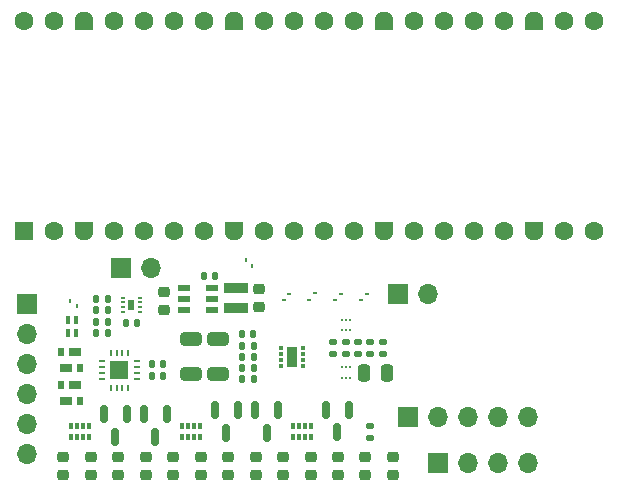
<source format=gts>
G04 #@! TF.GenerationSoftware,KiCad,Pcbnew,9.0.0*
G04 #@! TF.CreationDate,2025-03-07T19:18:07-05:00*
G04 #@! TF.ProjectId,pico2-test-mule,7069636f-322d-4746-9573-742d6d756c65,v0.2.3*
G04 #@! TF.SameCoordinates,Original*
G04 #@! TF.FileFunction,Soldermask,Top*
G04 #@! TF.FilePolarity,Negative*
%FSLAX46Y46*%
G04 Gerber Fmt 4.6, Leading zero omitted, Abs format (unit mm)*
G04 Created by KiCad (PCBNEW 9.0.0) date 2025-03-07 19:18:07*
%MOMM*%
%LPD*%
G01*
G04 APERTURE LIST*
G04 Aperture macros list*
%AMRoundRect*
0 Rectangle with rounded corners*
0 $1 Rounding radius*
0 $2 $3 $4 $5 $6 $7 $8 $9 X,Y pos of 4 corners*
0 Add a 4 corners polygon primitive as box body*
4,1,4,$2,$3,$4,$5,$6,$7,$8,$9,$2,$3,0*
0 Add four circle primitives for the rounded corners*
1,1,$1+$1,$2,$3*
1,1,$1+$1,$4,$5*
1,1,$1+$1,$6,$7*
1,1,$1+$1,$8,$9*
0 Add four rect primitives between the rounded corners*
20,1,$1+$1,$2,$3,$4,$5,0*
20,1,$1+$1,$4,$5,$6,$7,0*
20,1,$1+$1,$6,$7,$8,$9,0*
20,1,$1+$1,$8,$9,$2,$3,0*%
%AMFreePoly0*
4,1,37,0.603843,0.796157,0.639018,0.796157,0.711114,0.766294,0.766294,0.711114,0.796157,0.639018,0.796157,0.603843,0.800000,0.600000,0.800000,-0.600000,0.796157,-0.603843,0.796157,-0.639018,0.766294,-0.711114,0.711114,-0.766294,0.639018,-0.796157,0.603843,-0.796157,0.600000,-0.800000,0.000000,-0.800000,0.000000,-0.796148,-0.078414,-0.796148,-0.232228,-0.765552,-0.377117,-0.705537,
-0.507515,-0.618408,-0.618408,-0.507515,-0.705537,-0.377117,-0.765552,-0.232228,-0.796148,-0.078414,-0.796148,0.078414,-0.765552,0.232228,-0.705537,0.377117,-0.618408,0.507515,-0.507515,0.618408,-0.377117,0.705537,-0.232228,0.765552,-0.078414,0.796148,0.000000,0.796148,0.000000,0.800000,0.600000,0.800000,0.603843,0.796157,0.603843,0.796157,$1*%
%AMFreePoly1*
4,1,37,0.000000,0.796148,0.078414,0.796148,0.232228,0.765552,0.377117,0.705537,0.507515,0.618408,0.618408,0.507515,0.705537,0.377117,0.765552,0.232228,0.796148,0.078414,0.796148,-0.078414,0.765552,-0.232228,0.705537,-0.377117,0.618408,-0.507515,0.507515,-0.618408,0.377117,-0.705537,0.232228,-0.765552,0.078414,-0.796148,0.000000,-0.796148,0.000000,-0.800000,-0.600000,-0.800000,
-0.603843,-0.796157,-0.639018,-0.796157,-0.711114,-0.766294,-0.766294,-0.711114,-0.796157,-0.639018,-0.796157,-0.603843,-0.800000,-0.600000,-0.800000,0.600000,-0.796157,0.603843,-0.796157,0.639018,-0.766294,0.711114,-0.711114,0.766294,-0.639018,0.796157,-0.603843,0.796157,-0.600000,0.800000,0.000000,0.800000,0.000000,0.796148,0.000000,0.796148,$1*%
G04 Aperture macros list end*
%ADD10R,2.000000X0.850000*%
%ADD11RoundRect,0.050000X0.050000X-0.050000X0.050000X0.050000X-0.050000X0.050000X-0.050000X-0.050000X0*%
%ADD12RoundRect,0.135000X0.185000X-0.135000X0.185000X0.135000X-0.185000X0.135000X-0.185000X-0.135000X0*%
%ADD13R,0.320000X0.500000*%
%ADD14RoundRect,0.218750X0.256250X-0.218750X0.256250X0.218750X-0.256250X0.218750X-0.256250X-0.218750X0*%
%ADD15RoundRect,0.140000X0.140000X0.170000X-0.140000X0.170000X-0.140000X-0.170000X0.140000X-0.170000X0*%
%ADD16R,1.700000X1.700000*%
%ADD17O,1.700000X1.700000*%
%ADD18RoundRect,0.150000X-0.150000X0.587500X-0.150000X-0.587500X0.150000X-0.587500X0.150000X0.587500X0*%
%ADD19R,0.100000X0.280000*%
%ADD20R,0.150000X0.350000*%
%ADD21RoundRect,0.140000X-0.140000X-0.170000X0.140000X-0.170000X0.140000X0.170000X-0.140000X0.170000X0*%
%ADD22R,0.400000X0.200000*%
%ADD23R,0.500000X0.900000*%
%ADD24RoundRect,0.135000X-0.185000X0.135000X-0.185000X-0.135000X0.185000X-0.135000X0.185000X0.135000X0*%
%ADD25R,1.010000X0.800000*%
%ADD26R,0.610000X0.800000*%
%ADD27RoundRect,0.200000X0.600000X-0.600000X0.600000X0.600000X-0.600000X0.600000X-0.600000X-0.600000X0*%
%ADD28C,1.600000*%
%ADD29FreePoly0,90.000000*%
%ADD30FreePoly1,90.000000*%
%ADD31RoundRect,0.135000X-0.135000X-0.185000X0.135000X-0.185000X0.135000X0.185000X-0.135000X0.185000X0*%
%ADD32RoundRect,0.250000X-0.650000X0.325000X-0.650000X-0.325000X0.650000X-0.325000X0.650000X0.325000X0*%
%ADD33RoundRect,0.135000X0.135000X0.185000X-0.135000X0.185000X-0.135000X-0.185000X0.135000X-0.185000X0*%
%ADD34RoundRect,0.250000X-0.250000X-0.475000X0.250000X-0.475000X0.250000X0.475000X-0.250000X0.475000X0*%
%ADD35RoundRect,0.225000X0.250000X-0.225000X0.250000X0.225000X-0.250000X0.225000X-0.250000X-0.225000X0*%
%ADD36RoundRect,0.050000X-0.050000X0.050000X-0.050000X-0.050000X0.050000X-0.050000X0.050000X0.050000X0*%
%ADD37R,0.400000X0.700000*%
%ADD38R,1.100000X0.550000*%
%ADD39R,0.250000X0.600000*%
%ADD40R,0.600000X0.250000*%
%ADD41R,1.500000X1.500000*%
%ADD42R,0.280000X0.100000*%
%ADD43R,0.350000X0.150000*%
%ADD44R,0.450000X0.300000*%
%ADD45R,0.900000X1.700000*%
G04 APERTURE END LIST*
D10*
G04 #@! TO.C,L1*
X19900000Y-26135000D03*
X19900000Y-24475000D03*
G04 #@! TD*
D11*
G04 #@! TO.C,Q9*
X28800000Y-28050000D03*
X29150000Y-28050000D03*
X29500000Y-28050000D03*
X29500000Y-27150000D03*
X29150000Y-27150000D03*
X28800000Y-27150000D03*
G04 #@! TD*
D12*
G04 #@! TO.C,R6*
X29150000Y-30110000D03*
X29150000Y-29090000D03*
G04 #@! TD*
G04 #@! TO.C,R5*
X28100000Y-30110000D03*
X28100000Y-29090000D03*
G04 #@! TD*
D13*
G04 #@! TO.C,RN2*
X16800000Y-36122500D03*
X16300000Y-36122500D03*
X15800000Y-36122500D03*
X15300000Y-36122500D03*
X15300000Y-37122500D03*
X15800000Y-37122500D03*
X16300000Y-37122500D03*
X16800000Y-37122500D03*
G04 #@! TD*
D14*
G04 #@! TO.C,D10*
X16875000Y-40322500D03*
X16875000Y-38747500D03*
G04 #@! TD*
G04 #@! TO.C,D14*
X23850000Y-40322500D03*
X23850000Y-38747500D03*
G04 #@! TD*
D15*
G04 #@! TO.C,C1*
X11480000Y-27450000D03*
X10520000Y-27450000D03*
G04 #@! TD*
D16*
G04 #@! TO.C,J5*
X10125000Y-22750000D03*
D17*
X12665000Y-22750000D03*
G04 #@! TD*
D14*
G04 #@! TO.C,D9*
X14550000Y-40322500D03*
X14550000Y-38747500D03*
G04 #@! TD*
D18*
G04 #@! TO.C,Q8*
X29400000Y-34785000D03*
X27500000Y-34785000D03*
X28450000Y-36660000D03*
G04 #@! TD*
D19*
G04 #@! TO.C,Q1*
X20630000Y-22630000D03*
X20930000Y-22630000D03*
D20*
X21250000Y-22600000D03*
D19*
X21330000Y-22090000D03*
X21030000Y-22090000D03*
D20*
X20700000Y-22120000D03*
G04 #@! TD*
D21*
G04 #@! TO.C,C10*
X20370000Y-28400000D03*
X21330000Y-28400000D03*
G04 #@! TD*
D13*
G04 #@! TO.C,RN1*
X7400000Y-36135000D03*
X6900000Y-36135000D03*
X6400000Y-36135000D03*
X5900000Y-36135000D03*
X5900000Y-37135000D03*
X6400000Y-37135000D03*
X6900000Y-37135000D03*
X7400000Y-37135000D03*
G04 #@! TD*
D16*
G04 #@! TO.C,J2*
X36960000Y-39285000D03*
D17*
X39500000Y-39285000D03*
X42040000Y-39285000D03*
X44580000Y-39285000D03*
G04 #@! TD*
D22*
G04 #@! TO.C,U1*
X11700000Y-26500000D03*
X11700000Y-26100000D03*
X11700000Y-25700000D03*
X11700000Y-25300000D03*
X10300000Y-25300000D03*
X10300000Y-25700000D03*
X10300000Y-26100000D03*
X10300000Y-26500000D03*
D23*
X11000000Y-25900000D03*
G04 #@! TD*
D24*
G04 #@! TO.C,R8*
X32300000Y-29090000D03*
X32300000Y-30110000D03*
G04 #@! TD*
D25*
G04 #@! TO.C,D2*
X5467500Y-34067500D03*
D26*
X6627500Y-34067500D03*
G04 #@! TD*
D27*
G04 #@! TO.C,U3*
X1932500Y-19690000D03*
D28*
X4472500Y-19690000D03*
D29*
X7012500Y-19690000D03*
D28*
X9552500Y-19690000D03*
X12092500Y-19690000D03*
X14632500Y-19690000D03*
X17172500Y-19690000D03*
D29*
X19712500Y-19690000D03*
D28*
X22252500Y-19690000D03*
X24792500Y-19690000D03*
X27332500Y-19690000D03*
X29872500Y-19690000D03*
D29*
X32412500Y-19690000D03*
D28*
X34952500Y-19690000D03*
X37492500Y-19690000D03*
X40032500Y-19690000D03*
X42572500Y-19690000D03*
D29*
X45112500Y-19690000D03*
D28*
X47652500Y-19690000D03*
X50192500Y-19690000D03*
X50192500Y-1910000D03*
X47652500Y-1910000D03*
D30*
X45112500Y-1910000D03*
D28*
X42572500Y-1910000D03*
X40032500Y-1910000D03*
X37492500Y-1910000D03*
X34952500Y-1910000D03*
D30*
X32412500Y-1910000D03*
D28*
X29872500Y-1910000D03*
X27332500Y-1910000D03*
X24792500Y-1910000D03*
X22252500Y-1910000D03*
D30*
X19712500Y-1910000D03*
D28*
X17172500Y-1910000D03*
X14632500Y-1910000D03*
X12092500Y-1910000D03*
X9552500Y-1910000D03*
D30*
X7012500Y-1910000D03*
D28*
X4472500Y-1910000D03*
X1932500Y-1910000D03*
G04 #@! TD*
D25*
G04 #@! TO.C,D1*
X5467500Y-31292500D03*
D26*
X6627500Y-31292500D03*
G04 #@! TD*
D25*
G04 #@! TO.C,D8*
X6227500Y-32667500D03*
D26*
X5067500Y-32667500D03*
G04 #@! TD*
D13*
G04 #@! TO.C,RN3*
X26200000Y-36122500D03*
X25700000Y-36122500D03*
X25200000Y-36122500D03*
X24700000Y-36122500D03*
X24700000Y-37122500D03*
X25200000Y-37122500D03*
X25700000Y-37122500D03*
X26200000Y-37122500D03*
G04 #@! TD*
D31*
G04 #@! TO.C,R14*
X20340000Y-32200000D03*
X21360000Y-32200000D03*
G04 #@! TD*
D16*
G04 #@! TO.C,J1*
X2150000Y-25820000D03*
D17*
X2150000Y-28360000D03*
X2150000Y-30900000D03*
X2150000Y-33440000D03*
X2150000Y-35980000D03*
X2150000Y-38520000D03*
G04 #@! TD*
D32*
G04 #@! TO.C,C8*
X18340000Y-28825000D03*
X18340000Y-31775000D03*
G04 #@! TD*
D24*
G04 #@! TO.C,R7*
X31250000Y-36125000D03*
X31250000Y-37145000D03*
G04 #@! TD*
D14*
G04 #@! TO.C,D11*
X19200000Y-40322500D03*
X19200000Y-38747500D03*
G04 #@! TD*
D33*
G04 #@! TO.C,R2*
X9070000Y-25400000D03*
X8050000Y-25400000D03*
G04 #@! TD*
D34*
G04 #@! TO.C,C6*
X30720000Y-31700000D03*
X32620000Y-31700000D03*
G04 #@! TD*
D14*
G04 #@! TO.C,D19*
X33150000Y-40322500D03*
X33150000Y-38747500D03*
G04 #@! TD*
D35*
G04 #@! TO.C,C4*
X21800000Y-26080000D03*
X21800000Y-24530000D03*
G04 #@! TD*
D36*
G04 #@! TO.C,Q7*
X29500000Y-31200000D03*
X29150000Y-31200000D03*
X28800000Y-31200000D03*
X28800000Y-32100000D03*
X29150000Y-32100000D03*
X29500000Y-32100000D03*
G04 #@! TD*
D31*
G04 #@! TO.C,R12*
X20340000Y-29350000D03*
X21360000Y-29350000D03*
G04 #@! TD*
D14*
G04 #@! TO.C,D5*
X9900000Y-40322500D03*
X9900000Y-38747500D03*
G04 #@! TD*
D31*
G04 #@! TO.C,R11*
X20340000Y-30300000D03*
X21360000Y-30300000D03*
G04 #@! TD*
D16*
G04 #@! TO.C,J4*
X33625000Y-24950000D03*
D17*
X36165000Y-24950000D03*
G04 #@! TD*
D33*
G04 #@! TO.C,R4*
X9070000Y-27350000D03*
X8050000Y-27350000D03*
G04 #@! TD*
D18*
G04 #@! TO.C,Q3*
X14000000Y-35185000D03*
X12100000Y-35185000D03*
X13050000Y-37060000D03*
G04 #@! TD*
G04 #@! TO.C,Q5*
X20000000Y-34847500D03*
X18100000Y-34847500D03*
X19050000Y-36722500D03*
G04 #@! TD*
D14*
G04 #@! TO.C,D4*
X7575000Y-40322500D03*
X7575000Y-38747500D03*
G04 #@! TD*
D32*
G04 #@! TO.C,C5*
X16040000Y-28825000D03*
X16040000Y-31775000D03*
G04 #@! TD*
D14*
G04 #@! TO.C,D6*
X12225000Y-40322500D03*
X12225000Y-38747500D03*
G04 #@! TD*
D37*
G04 #@! TO.C,D13*
X6330000Y-28300000D03*
X5680000Y-28300000D03*
G04 #@! TD*
G04 #@! TO.C,D18*
X6330000Y-27150000D03*
X5680000Y-27150000D03*
G04 #@! TD*
D38*
G04 #@! TO.C,U2*
X15450000Y-24480000D03*
X15450000Y-25430000D03*
X15450000Y-26380000D03*
X17850000Y-26380000D03*
X17850000Y-25430000D03*
X17850000Y-24480000D03*
G04 #@! TD*
D39*
G04 #@! TO.C,U4*
X9250000Y-32950000D03*
X9750000Y-32950000D03*
X10250000Y-32950000D03*
X10750000Y-32950000D03*
D40*
X11500000Y-32200000D03*
X11500000Y-31700000D03*
X11500000Y-31200000D03*
X11500000Y-30700000D03*
D39*
X10750000Y-29950000D03*
X10250000Y-29950000D03*
X9750000Y-29950000D03*
X9250000Y-29950000D03*
D40*
X8500000Y-30700000D03*
X8500000Y-31200000D03*
X8500000Y-31700000D03*
X8500000Y-32200000D03*
D41*
X10000000Y-31450000D03*
G04 #@! TD*
D14*
G04 #@! TO.C,D16*
X28500000Y-40322500D03*
X28500000Y-38747500D03*
G04 #@! TD*
D21*
G04 #@! TO.C,C9*
X12750000Y-31900000D03*
X13710000Y-31900000D03*
G04 #@! TD*
D42*
G04 #@! TO.C,Q12*
X30970000Y-25570000D03*
X30970000Y-25270000D03*
D43*
X30940000Y-24950000D03*
D42*
X30430000Y-24870000D03*
X30430000Y-25170000D03*
D43*
X30460000Y-25500000D03*
G04 #@! TD*
D12*
G04 #@! TO.C,R9*
X30200000Y-30107500D03*
X30200000Y-29087500D03*
G04 #@! TD*
D31*
G04 #@! TO.C,R13*
X20340000Y-31250000D03*
X21360000Y-31250000D03*
G04 #@! TD*
G04 #@! TO.C,R1*
X8050000Y-26350000D03*
X9070000Y-26350000D03*
G04 #@! TD*
D15*
G04 #@! TO.C,C3*
X18130000Y-23455000D03*
X17170000Y-23455000D03*
G04 #@! TD*
D25*
G04 #@! TO.C,D7*
X6227500Y-29892500D03*
D26*
X5067500Y-29892500D03*
G04 #@! TD*
D35*
G04 #@! TO.C,C2*
X13750000Y-26375000D03*
X13750000Y-24825000D03*
G04 #@! TD*
D14*
G04 #@! TO.C,D17*
X30825000Y-40322500D03*
X30825000Y-38747500D03*
G04 #@! TD*
D33*
G04 #@! TO.C,R3*
X9070000Y-28300000D03*
X8050000Y-28300000D03*
G04 #@! TD*
D18*
G04 #@! TO.C,Q6*
X23400000Y-34847500D03*
X21500000Y-34847500D03*
X22450000Y-36722500D03*
G04 #@! TD*
D42*
G04 #@! TO.C,Q10*
X26029771Y-24870000D03*
X26029771Y-25170000D03*
D43*
X26059771Y-25490000D03*
D42*
X26569771Y-25570000D03*
X26569771Y-25270000D03*
D43*
X26539771Y-24940000D03*
G04 #@! TD*
D14*
G04 #@! TO.C,D3*
X5250000Y-40322500D03*
X5250000Y-38747500D03*
G04 #@! TD*
D21*
G04 #@! TO.C,C7*
X12750000Y-30950000D03*
X13710000Y-30950000D03*
G04 #@! TD*
D14*
G04 #@! TO.C,D12*
X21525000Y-40322500D03*
X21525000Y-38747500D03*
G04 #@! TD*
D18*
G04 #@! TO.C,Q2*
X10600000Y-35185000D03*
X8700000Y-35185000D03*
X9650000Y-37060000D03*
G04 #@! TD*
D42*
G04 #@! TO.C,Q13*
X28760000Y-25570000D03*
X28760000Y-25270000D03*
D43*
X28730000Y-24950000D03*
D42*
X28220000Y-24870000D03*
X28220000Y-25170000D03*
D43*
X28250000Y-25500000D03*
G04 #@! TD*
D24*
G04 #@! TO.C,R10*
X31250000Y-29090000D03*
X31250000Y-30110000D03*
G04 #@! TD*
D16*
G04 #@! TO.C,J3*
X34410000Y-35400000D03*
D17*
X36950000Y-35400000D03*
X39490000Y-35400000D03*
X42030000Y-35400000D03*
X44570000Y-35400000D03*
G04 #@! TD*
D42*
G04 #@! TO.C,Q11*
X24420000Y-25570000D03*
X24420000Y-25270000D03*
D43*
X24390000Y-24950000D03*
D42*
X23880000Y-24870000D03*
X23880000Y-25170000D03*
D43*
X23910000Y-25500000D03*
G04 #@! TD*
D44*
G04 #@! TO.C,U5*
X25500000Y-31100000D03*
X25500000Y-30600000D03*
X25500000Y-30100000D03*
X25500000Y-29600000D03*
X23700000Y-29600000D03*
X23700000Y-30100000D03*
X23700000Y-30600000D03*
X23700000Y-31100000D03*
D45*
X24600000Y-30350000D03*
G04 #@! TD*
D19*
G04 #@! TO.C,Q4*
X6450000Y-25530000D03*
X6150000Y-25530000D03*
D20*
X5830000Y-25560000D03*
D19*
X5750000Y-26070000D03*
X6050000Y-26070000D03*
D20*
X6380000Y-26040000D03*
G04 #@! TD*
D14*
G04 #@! TO.C,D15*
X26175000Y-40322500D03*
X26175000Y-38747500D03*
G04 #@! TD*
M02*

</source>
